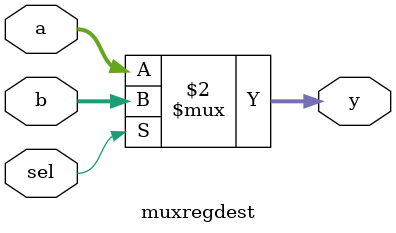
<source format=v>
module muxregdest (a,b,y,sel);

input [4:0] a,b;
input sel;
output [4:0]y;

assign y = ~(sel)?a:b;

endmodule
</source>
